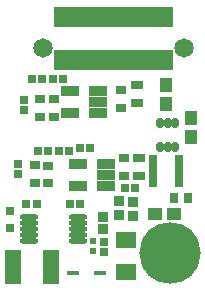
<source format=gbs>
G04*
G04 #@! TF.GenerationSoftware,Altium Limited,Altium Designer,23.3.1 (30)*
G04*
G04 Layer_Color=16711935*
%FSLAX44Y44*%
%MOMM*%
G71*
G04*
G04 #@! TF.SameCoordinates,3788C411-BF41-4264-93CF-D4AFF9625904*
G04*
G04*
G04 #@! TF.FilePolarity,Negative*
G04*
G01*
G75*
%ADD22R,0.9000X0.8000*%
%ADD26C,1.9000*%
%ADD30R,1.0532X0.6532*%
%ADD31R,0.8032X0.7532*%
%ADD32C,1.6532*%
%ADD33C,5.2032*%
%ADD50R,0.8000X2.7000*%
%ADD51R,1.0121X1.2084*%
%ADD53R,1.3061X1.0582*%
%ADD54R,0.7500X0.9000*%
%ADD55R,0.9062X0.9051*%
%ADD56R,1.7582X1.3555*%
%ADD60R,1.1064X0.4156*%
%ADD61R,0.5200X0.5200*%
%ADD62R,0.7500X0.8000*%
%ADD67R,0.7532X0.8032*%
%ADD68R,1.5032X0.9032*%
G04:AMPARAMS|DCode=69|XSize=0.6032mm|YSize=0.8532mm|CornerRadius=0.1516mm|HoleSize=0mm|Usage=FLASHONLY|Rotation=180.000|XOffset=0mm|YOffset=0mm|HoleType=Round|Shape=RoundedRectangle|*
%AMROUNDEDRECTD69*
21,1,0.6032,0.5500,0,0,180.0*
21,1,0.3000,0.8532,0,0,180.0*
1,1,0.3032,-0.1500,0.2750*
1,1,0.3032,0.1500,0.2750*
1,1,0.3032,0.1500,-0.2750*
1,1,0.3032,-0.1500,-0.2750*
%
%ADD69ROUNDEDRECTD69*%
%ADD70O,1.5532X0.4532*%
%ADD71R,0.7532X0.7532*%
%ADD72R,1.3532X2.9032*%
%ADD73R,0.8532X0.8532*%
%ADD74R,0.5032X1.7032*%
D22*
X35500Y161750D02*
D03*
Y146750D02*
D03*
X46750Y162000D02*
D03*
Y147000D02*
D03*
X103500Y154500D02*
D03*
Y169500D02*
D03*
X42000Y90750D02*
D03*
Y105750D02*
D03*
X31000Y91000D02*
D03*
Y106000D02*
D03*
X106000Y112250D02*
D03*
Y97250D02*
D03*
D26*
X154500Y32000D02*
G03*
X154500Y32000I-9500J0D01*
G01*
D30*
X117500Y174000D02*
D03*
Y159000D02*
D03*
X119000Y97250D02*
D03*
Y112250D02*
D03*
D31*
X115750Y87000D02*
D03*
X107250D02*
D03*
X54750Y179250D02*
D03*
X46250D02*
D03*
X36750D02*
D03*
X28250D02*
D03*
X77750Y120750D02*
D03*
X69250D02*
D03*
X33750Y118000D02*
D03*
X42250D02*
D03*
X51250Y117750D02*
D03*
X59750D02*
D03*
D32*
X157500Y205000D02*
D03*
X37500D02*
D03*
D33*
X145000Y32000D02*
D03*
D50*
X130500Y101000D02*
D03*
X152500D02*
D03*
D51*
X141500Y157750D02*
D03*
Y173787D02*
D03*
X163250Y129750D02*
D03*
Y145787D02*
D03*
D53*
X132739Y64750D02*
D03*
X148261D02*
D03*
D54*
X148250Y78250D02*
D03*
X160250D02*
D03*
D55*
X102250Y63744D02*
D03*
Y75756D02*
D03*
X114250Y63244D02*
D03*
Y75256D02*
D03*
D56*
X108250Y42764D02*
D03*
Y15736D02*
D03*
D60*
X62820Y14750D02*
D03*
X85680D02*
D03*
D61*
X80250Y33750D02*
D03*
Y41750D02*
D03*
D62*
X9500Y52750D02*
D03*
Y67750D02*
D03*
D67*
X16750Y106750D02*
D03*
Y98250D02*
D03*
X21500Y161000D02*
D03*
Y152500D02*
D03*
X89000Y32750D02*
D03*
Y41250D02*
D03*
D68*
X84500Y150250D02*
D03*
X91500Y88250D02*
D03*
Y107250D02*
D03*
Y97750D02*
D03*
X67500Y88250D02*
D03*
Y107250D02*
D03*
X84500Y169250D02*
D03*
Y159750D02*
D03*
X60500Y150250D02*
D03*
Y169250D02*
D03*
D69*
X136750Y142250D02*
D03*
X143250D02*
D03*
X149750D02*
D03*
Y121750D02*
D03*
X143250D02*
D03*
X136750D02*
D03*
D70*
X67500Y62250D02*
D03*
Y57250D02*
D03*
Y52250D02*
D03*
Y47250D02*
D03*
Y42250D02*
D03*
X25500Y62250D02*
D03*
Y57250D02*
D03*
Y52250D02*
D03*
Y47250D02*
D03*
Y42250D02*
D03*
D71*
X32500Y73500D02*
D03*
X23500D02*
D03*
X60250Y73250D02*
D03*
X69250D02*
D03*
D72*
X12250Y20000D02*
D03*
X44750D02*
D03*
D73*
X88500Y52000D02*
D03*
Y62000D02*
D03*
D74*
X50000Y195000D02*
D03*
Y232000D02*
D03*
X55000Y195000D02*
D03*
Y232000D02*
D03*
X60000Y195000D02*
D03*
Y232000D02*
D03*
X65000Y195000D02*
D03*
Y232000D02*
D03*
X70000Y195000D02*
D03*
Y232000D02*
D03*
X75000Y195000D02*
D03*
Y232000D02*
D03*
X80000Y195000D02*
D03*
Y232000D02*
D03*
X85000Y195000D02*
D03*
Y232000D02*
D03*
X90000Y195000D02*
D03*
Y232000D02*
D03*
X95000Y195000D02*
D03*
Y232000D02*
D03*
X100000Y195000D02*
D03*
Y232000D02*
D03*
X105000Y195000D02*
D03*
Y232000D02*
D03*
X110000Y195000D02*
D03*
Y232000D02*
D03*
X115000Y195000D02*
D03*
Y232000D02*
D03*
X120000Y195000D02*
D03*
Y232000D02*
D03*
X125000Y195000D02*
D03*
Y232000D02*
D03*
X130000Y195000D02*
D03*
Y232000D02*
D03*
X135000Y195000D02*
D03*
Y232000D02*
D03*
X140000Y195000D02*
D03*
Y232000D02*
D03*
X145000Y195000D02*
D03*
Y232000D02*
D03*
M02*

</source>
